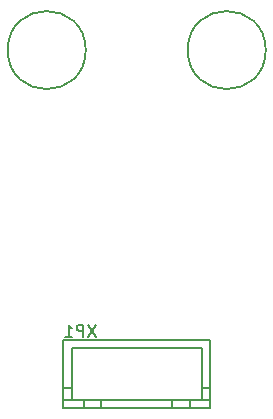
<source format=gbr>
G04 #@! TF.GenerationSoftware,KiCad,Pcbnew,5.1.6-c6e7f7d~87~ubuntu19.10.1*
G04 #@! TF.CreationDate,2022-03-29T21:36:28+06:00*
G04 #@! TF.ProjectId,__________________________r1b,4240353c-3e3b-43e5-9f41-3048385f3e33,1B*
G04 #@! TF.SameCoordinates,Original*
G04 #@! TF.FileFunction,Legend,Bot*
G04 #@! TF.FilePolarity,Positive*
%FSLAX46Y46*%
G04 Gerber Fmt 4.6, Leading zero omitted, Abs format (unit mm)*
G04 Created by KiCad (PCBNEW 5.1.6-c6e7f7d~87~ubuntu19.10.1) date 2022-03-29 21:36:28*
%MOMM*%
%LPD*%
G01*
G04 APERTURE LIST*
%ADD10C,0.200000*%
%ADD11R,2.900000X2.900000*%
%ADD12C,6.400000*%
%ADD13R,2.300000X2.300000*%
%ADD14C,2.300000*%
%ADD15R,3.400000X3.400000*%
G04 APERTURE END LIST*
D10*
X101092000Y-147320000D02*
G75*
G03*
X101092000Y-147320000I-3302000J0D01*
G01*
X116332000Y-147320000D02*
G75*
G03*
X116332000Y-147320000I-3302000J0D01*
G01*
X100910000Y-177610000D02*
X100910000Y-176910000D01*
X109910000Y-177610000D02*
X109910000Y-176910000D01*
X99210000Y-176910000D02*
X111610000Y-176910000D01*
X111610000Y-177610000D02*
X111610000Y-171860000D01*
X99910000Y-176910000D02*
X99910000Y-172560000D01*
X99210000Y-177610000D02*
X99210000Y-171860000D01*
X110910000Y-175910000D02*
X111610000Y-175910000D01*
X110910000Y-176910000D02*
X110910000Y-172560000D01*
X99910000Y-172560000D02*
X110910000Y-172560000D01*
X102410000Y-177610000D02*
X102410000Y-176910000D01*
X99210000Y-175910000D02*
X99910000Y-175910000D01*
X108410000Y-177610000D02*
X108410000Y-176910000D01*
X99210000Y-171860000D02*
X111610000Y-171860000D01*
X99210000Y-177610000D02*
X111610000Y-177610000D01*
X101951904Y-170584880D02*
X101285238Y-171584880D01*
X101285238Y-170584880D02*
X101951904Y-171584880D01*
X100904285Y-171584880D02*
X100904285Y-170584880D01*
X100523333Y-170584880D01*
X100428095Y-170632500D01*
X100380476Y-170680119D01*
X100332857Y-170775357D01*
X100332857Y-170918214D01*
X100380476Y-171013452D01*
X100428095Y-171061071D01*
X100523333Y-171108690D01*
X100904285Y-171108690D01*
X99380476Y-171584880D02*
X99951904Y-171584880D01*
X99666190Y-171584880D02*
X99666190Y-170584880D01*
X99761428Y-170727738D01*
X99856666Y-170822976D01*
X99951904Y-170870595D01*
%LPC*%
D11*
X110410000Y-184150000D03*
X110410000Y-188150000D03*
X110410000Y-180150000D03*
X105410000Y-184150000D03*
X105410000Y-188150000D03*
X105410000Y-180150000D03*
X100410000Y-180150000D03*
X100410000Y-184150000D03*
X100410000Y-188150000D03*
D12*
X97790000Y-147320000D03*
X113030000Y-147320000D03*
D13*
X127000000Y-128270000D03*
X116840000Y-128270000D03*
X127000000Y-154940000D03*
D14*
X124460000Y-154940000D03*
D13*
X121920000Y-154940000D03*
X125730000Y-200660000D03*
X115570000Y-200660000D03*
D14*
X101660000Y-175260000D03*
D13*
X104160000Y-175260000D03*
X106660000Y-175260000D03*
X109160000Y-175260000D03*
X92710000Y-175260000D03*
D14*
X92710000Y-177800000D03*
D13*
X92710000Y-180340000D03*
X106680000Y-128270000D03*
X99060000Y-128270000D03*
X104140000Y-128270000D03*
X101600000Y-128270000D03*
X109220000Y-128270000D03*
X111760000Y-128270000D03*
D14*
X80010000Y-193040000D03*
D13*
X80010000Y-190500000D03*
X80010000Y-187960000D03*
D14*
X86360000Y-154940000D03*
D13*
X88900000Y-154940000D03*
X91440000Y-154940000D03*
D14*
X127000000Y-140970000D03*
D13*
X124460000Y-140970000D03*
X121920000Y-140970000D03*
X105410000Y-138430000D03*
D15*
X105410000Y-152020000D03*
X105410000Y-147320000D03*
X105410000Y-142620000D03*
D13*
X119380000Y-160020000D03*
X119380000Y-170180000D03*
X85090000Y-193040000D03*
X95250000Y-193040000D03*
X115570000Y-190500000D03*
X125730000Y-190500000D03*
X125730000Y-193040000D03*
X115570000Y-193040000D03*
X124460000Y-170180000D03*
X124460000Y-160020000D03*
X121920000Y-160020000D03*
X121920000Y-170180000D03*
D14*
X125730000Y-179070000D03*
G36*
G01*
X127120000Y-179530000D02*
X127120000Y-178610000D01*
G75*
G02*
X127810000Y-177920000I690000J0D01*
G01*
X128730000Y-177920000D01*
G75*
G02*
X129420000Y-178610000I0J-690000D01*
G01*
X129420000Y-179530000D01*
G75*
G02*
X128730000Y-180220000I-690000J0D01*
G01*
X127810000Y-180220000D01*
G75*
G02*
X127120000Y-179530000I0J690000D01*
G01*
G37*
X104140000Y-200660000D03*
G36*
G01*
X105530000Y-201120000D02*
X105530000Y-200200000D01*
G75*
G02*
X106220000Y-199510000I690000J0D01*
G01*
X107140000Y-199510000D01*
G75*
G02*
X107830000Y-200200000I0J-690000D01*
G01*
X107830000Y-201120000D01*
G75*
G02*
X107140000Y-201810000I-690000J0D01*
G01*
X106220000Y-201810000D01*
G75*
G02*
X105530000Y-201120000I0J690000D01*
G01*
G37*
D13*
X104140000Y-133350000D03*
X93980000Y-133350000D03*
X81280000Y-133350000D03*
X91440000Y-133350000D03*
X127000000Y-133350000D03*
X116840000Y-133350000D03*
X125730000Y-195580000D03*
X115570000Y-195580000D03*
X115570000Y-198120000D03*
X125730000Y-198120000D03*
X101600000Y-165100000D03*
X101600000Y-162560000D03*
X101600000Y-160020000D03*
X101600000Y-157480000D03*
X109220000Y-157480000D03*
X109220000Y-160020000D03*
X109220000Y-162560000D03*
D14*
X109220000Y-165100000D03*
D13*
X114300000Y-170180000D03*
X114300000Y-165100000D03*
X118110000Y-185420000D03*
X123190000Y-185420000D03*
X127000000Y-135890000D03*
X116840000Y-135890000D03*
X116840000Y-140970000D03*
X111760000Y-140970000D03*
X93980000Y-140970000D03*
X99060000Y-140970000D03*
X95250000Y-190500000D03*
X85090000Y-190500000D03*
X95250000Y-187960000D03*
X85090000Y-187960000D03*
X91440000Y-160020000D03*
X91440000Y-170180000D03*
X88900000Y-160020000D03*
X88900000Y-170180000D03*
X93980000Y-160020000D03*
X93980000Y-170180000D03*
X81280000Y-140970000D03*
X86360000Y-140970000D03*
X83820000Y-170180000D03*
X83820000Y-165100000D03*
X100330000Y-193040000D03*
X110490000Y-193040000D03*
X96520000Y-170180000D03*
X96520000Y-160020000D03*
X105410000Y-170180000D03*
M02*

</source>
